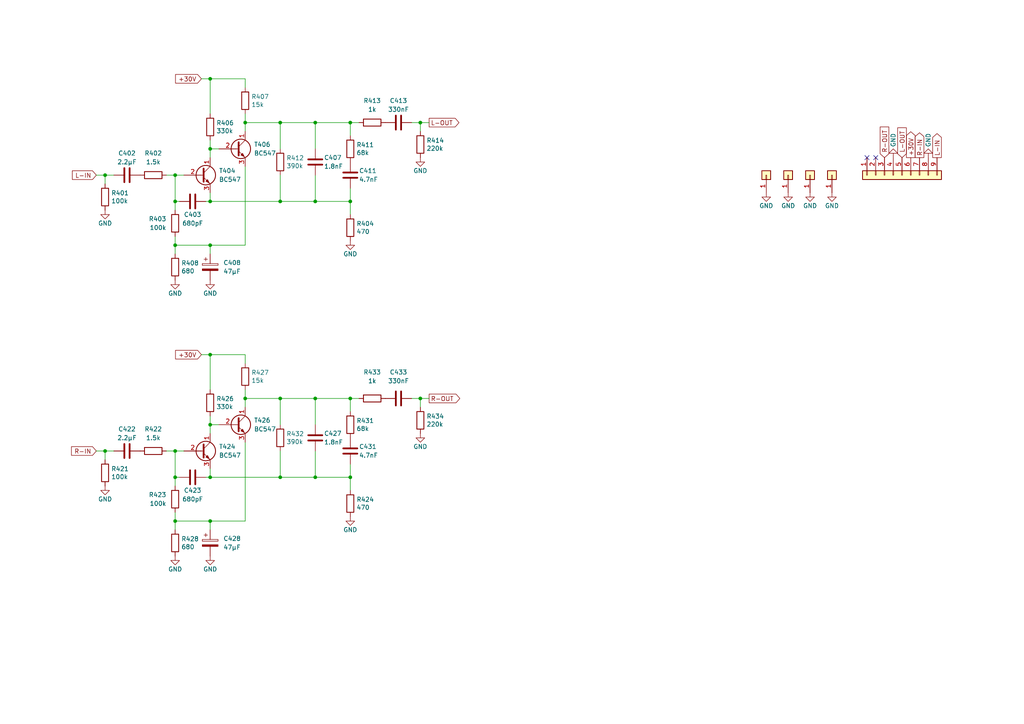
<source format=kicad_sch>
(kicad_sch (version 20230121) (generator eeschema)
  (paper "A4")
  (lib_symbols
    (symbol "Connector_Generic:Conn_01x01" (pin_names (offset 1.016) hide)
      (property "Reference" "J" (at 0 2.54 0))
      (property "Value" "Conn_01x01" (at 0 -2.54 0))
      (symbol "Conn_01x01_1_1"
        (rectangle (start -1.27 0.127) (end 0 -0.127) (stroke (width 0.1524)))
        (rectangle (start -1.27 1.27) (end 1.27 -1.27) (stroke (width 0.254)) (fill (type background)))
        (pin passive line (at -5.08 0 0) (length 3.81) (name "Pin_1") (number "1"))
      )
    )
    (symbol "Connector_Generic:Conn_01x09" (pin_names (offset 1.016) hide)
      (property "Reference" "J" (at 0 12.7 0))
      (property "Value" "Conn_01x09" (at 0 -12.7 0))
      (symbol "Conn_01x09_1_1"
        (rectangle (start -1.27 -10.033) (end 0 -10.287) (stroke (width 0.1524)))
        (rectangle (start -1.27 -7.493) (end 0 -7.747) (stroke (width 0.1524)))
        (rectangle (start -1.27 -4.953) (end 0 -5.207) (stroke (width 0.1524)))
        (rectangle (start -1.27 -2.413) (end 0 -2.667) (stroke (width 0.1524)))
        (rectangle (start -1.27 0.127) (end 0 -0.127) (stroke (width 0.1524)))
        (rectangle (start -1.27 2.667) (end 0 2.413) (stroke (width 0.1524)))
        (rectangle (start -1.27 5.207) (end 0 4.953) (stroke (width 0.1524)))
        (rectangle (start -1.27 7.747) (end 0 7.493) (stroke (width 0.1524)))
        (rectangle (start -1.27 10.287) (end 0 10.033) (stroke (width 0.1524)))
        (rectangle (start -1.27 11.43) (end 1.27 -11.43) (stroke (width 0.254)) (fill (type background)))
        (pin passive line (at -5.08 10.16 0) (length 3.81) (name "Pin_1") (number "1"))
        (pin passive line (at -5.08 7.62 0) (length 3.81) (name "Pin_2") (number "2"))
        (pin passive line (at -5.08 5.08 0) (length 3.81) (name "Pin_3") (number "3"))
        (pin passive line (at -5.08 2.54 0) (length 3.81) (name "Pin_4") (number "4"))
        (pin passive line (at -5.08 0 0) (length 3.81) (name "Pin_5") (number "5"))
        (pin passive line (at -5.08 -2.54 0) (length 3.81) (name "Pin_6") (number "6"))
        (pin passive line (at -5.08 -5.08 0) (length 3.81) (name "Pin_7") (number "7"))
        (pin passive line (at -5.08 -7.62 0) (length 3.81) (name "Pin_8") (number "8"))
        (pin passive line (at -5.08 -10.16 0) (length 3.81) (name "Pin_9") (number "9"))
      )
    )
    (symbol "Device:C" (pin_numbers hide) (pin_names (offset 0.254))
      (property "Reference" "C" (at 0.635 2.54 0))
      (property "Value" "C" (at 0.635 -2.54 0))
      (symbol "C_0_1"
        (polyline (pts (xy -2.032 -0.762) (xy 2.032 -0.762)) (stroke (width 0.508)))
        (polyline (pts (xy -2.032 0.762) (xy 2.032 0.762)) (stroke (width 0.508)))
      )
      (symbol "C_1_1"
        (pin passive line (at 0 3.81 270) (length 2.794) (name "~") (number "1"))
        (pin passive line (at 0 -3.81 90) (length 2.794) (name "~") (number "2"))
      )
    )
    (symbol "Device:C_Polarized" (pin_numbers hide) (pin_names (offset 0.254))
      (property "Reference" "C" (at 0.635 2.54 0))
      (property "Value" "C_Polarized" (at 0.635 -2.54 0))
      (symbol "C_Polarized_0_1"
        (rectangle (start -2.286 0.508) (end 2.286 1.016))
        (polyline (pts (xy -1.778 2.286) (xy -0.762 2.286)))
        (polyline (pts (xy -1.27 2.794) (xy -1.27 1.778)))
        (rectangle (start 2.286 -0.508) (end -2.286 -1.016) (fill (type outline)))
      )
      (symbol "C_Polarized_1_1"
        (pin passive line (at 0 3.81 270) (length 2.794) (name "~") (number "1"))
        (pin passive line (at 0 -3.81 90) (length 2.794) (name "~") (number "2"))
      )
    )
    (symbol "Device:R" (pin_numbers hide) (pin_names (offset 0))
      (property "Reference" "R" (at 2.032 0 90))
      (property "Value" "R" (at 0 0 90))
      (symbol "R_0_1"
        (rectangle (start -1.016 -2.54) (end 1.016 2.54) (stroke (width 0.254)))
      )
      (symbol "R_1_1"
        (pin passive line (at 0 3.81 270) (length 1.27) (name "~") (number "1"))
        (pin passive line (at 0 -3.81 90) (length 1.27) (name "~") (number "2"))
      )
    )
    (symbol "Transistor_BJT:BC547" (pin_names (offset 0) hide)
      (property "Reference" "Q" (at 5.08 1.905 0))
      (property "Value" "BC547" (at 5.08 0 0))
      (symbol "BC547_0_1"
        (polyline (pts (xy 0 0) (xy 0.635 0)))
        (polyline (pts (xy 0.635 0.635) (xy 2.54 2.54)))
        (polyline (pts (xy 0.635 -0.635) (xy 2.54 -2.54) (xy 2.54 -2.54)))
        (polyline (pts (xy 0.635 1.905) (xy 0.635 -1.905) (xy 0.635 -1.905)) (stroke (width 0.508)))
        (polyline (pts (xy 1.27 -1.778) (xy 1.778 -1.27) (xy 2.286 -2.286) (xy 1.27 -1.778) (xy 1.27 -1.778)) (fill (type outline)))
        (circle (center 1.27 0) (radius 2.8194) (stroke (width 0.254)))
      )
      (symbol "BC547_1_1"
        (pin passive line (at 2.54 5.08 270) (length 2.54) (name "C") (number "1"))
        (pin input line (at -5.08 0 0) (length 5.08) (name "B") (number "2"))
        (pin passive line (at 2.54 -5.08 90) (length 2.54) (name "E") (number "3"))
      )
    )
    (symbol "power:GND" (power) (pin_names (offset 0))
      (property "Value" "GND" (at 0 -3.81 0))
      (symbol "GND_0_1"
        (polyline (pts (xy 0 0) (xy 0 -1.27) (xy 1.27 -1.27) (xy 0 -2.54) (xy -1.27 -1.27) (xy 0 -1.27)))
      )
      (symbol "GND_1_1"
        (pin power_in line (at 0 0 270) (length 0) hide (name "GND") (number "1"))
      )
    )
  )
  (junction (at 50.8 58.42))
  (junction (at 30.48 50.8))
  (junction (at 101.6 35.56))
  (junction (at 81.28 138.43))
  (junction (at 60.96 58.42))
  (junction (at 50.8 71.12))
  (junction (at 101.6 115.57))
  (junction (at 60.96 151.13))
  (junction (at 50.8 50.8))
  (junction (at 60.96 43.18))
  (junction (at 121.92 115.57))
  (junction (at 60.96 138.43))
  (junction (at 60.96 123.19))
  (junction (at 91.44 35.56))
  (junction (at 121.92 35.56))
  (junction (at 91.44 58.42))
  (junction (at 60.96 22.86))
  (junction (at 101.6 138.43))
  (junction (at 81.28 35.56))
  (junction (at 101.6 58.42))
  (junction (at 50.8 151.13))
  (junction (at 81.28 115.57))
  (junction (at 91.44 138.43))
  (junction (at 50.8 138.43))
  (junction (at 71.12 115.57))
  (junction (at 60.96 71.12))
  (junction (at 71.12 35.56))
  (junction (at 81.28 58.42))
  (junction (at 91.44 115.57))
  (junction (at 60.96 102.87))
  (junction (at 30.48 130.81))
  (junction (at 50.8 130.81))
  (no_connect (at 254 45.72))
  (no_connect (at 251.46 45.72))
  (wire (pts (xy 60.96 123.19) (xy 60.96 125.73)))
  (wire (pts (xy 101.6 134.62) (xy 101.6 138.43)))
  (wire (pts (xy 58.42 22.86) (xy 60.96 22.86)))
  (wire (pts (xy 121.92 35.56) (xy 124.46 35.56)))
  (wire (pts (xy 60.96 43.18) (xy 63.5 43.18)))
  (wire (pts (xy 101.6 115.57) (xy 101.6 119.38)))
  (wire (pts (xy 60.96 40.64) (xy 60.96 43.18)))
  (wire (pts (xy 91.44 35.56) (xy 91.44 43.18)))
  (wire (pts (xy 33.02 130.81) (xy 30.48 130.81)))
  (wire (pts (xy 60.96 151.13) (xy 71.12 151.13)))
  (wire (pts (xy 52.07 58.42) (xy 50.8 58.42)))
  (wire (pts (xy 71.12 128.27) (xy 71.12 151.13)))
  (wire (pts (xy 60.96 138.43) (xy 81.28 138.43)))
  (wire (pts (xy 81.28 115.57) (xy 81.28 123.19)))
  (wire (pts (xy 101.6 58.42) (xy 101.6 62.23)))
  (wire (pts (xy 91.44 50.8) (xy 91.44 58.42)))
  (wire (pts (xy 50.8 68.58) (xy 50.8 71.12)))
  (wire (pts (xy 48.26 50.8) (xy 50.8 50.8)))
  (wire (pts (xy 91.44 35.56) (xy 101.6 35.56)))
  (wire (pts (xy 60.96 22.86) (xy 60.96 33.02)))
  (wire (pts (xy 81.28 50.8) (xy 81.28 58.42)))
  (wire (pts (xy 50.8 151.13) (xy 60.96 151.13)))
  (wire (pts (xy 91.44 115.57) (xy 91.44 123.19)))
  (wire (pts (xy 60.96 71.12) (xy 60.96 73.66)))
  (wire (pts (xy 71.12 113.03) (xy 71.12 115.57)))
  (wire (pts (xy 71.12 35.56) (xy 81.28 35.56)))
  (wire (pts (xy 60.96 151.13) (xy 60.96 153.67)))
  (wire (pts (xy 50.8 138.43) (xy 52.07 138.43)))
  (wire (pts (xy 81.28 35.56) (xy 91.44 35.56)))
  (wire (pts (xy 60.96 55.88) (xy 60.96 58.42)))
  (wire (pts (xy 60.96 58.42) (xy 81.28 58.42)))
  (wire (pts (xy 91.44 58.42) (xy 101.6 58.42)))
  (wire (pts (xy 53.34 130.81) (xy 50.8 130.81)))
  (wire (pts (xy 59.69 58.42) (xy 60.96 58.42)))
  (wire (pts (xy 119.38 115.57) (xy 121.92 115.57)))
  (wire (pts (xy 60.96 120.65) (xy 60.96 123.19)))
  (wire (pts (xy 60.96 71.12) (xy 71.12 71.12)))
  (wire (pts (xy 50.8 58.42) (xy 50.8 50.8)))
  (wire (pts (xy 50.8 50.8) (xy 53.34 50.8)))
  (wire (pts (xy 91.44 115.57) (xy 101.6 115.57)))
  (wire (pts (xy 119.38 35.56) (xy 121.92 35.56)))
  (wire (pts (xy 91.44 138.43) (xy 81.28 138.43)))
  (wire (pts (xy 30.48 130.81) (xy 30.48 133.35)))
  (wire (pts (xy 71.12 118.11) (xy 71.12 115.57)))
  (wire (pts (xy 50.8 130.81) (xy 50.8 138.43)))
  (wire (pts (xy 101.6 138.43) (xy 101.6 142.24)))
  (wire (pts (xy 81.28 35.56) (xy 81.28 43.18)))
  (wire (pts (xy 33.02 50.8) (xy 30.48 50.8)))
  (wire (pts (xy 81.28 115.57) (xy 91.44 115.57)))
  (wire (pts (xy 50.8 148.59) (xy 50.8 151.13)))
  (wire (pts (xy 71.12 25.4) (xy 71.12 22.86)))
  (wire (pts (xy 121.92 115.57) (xy 121.92 118.11)))
  (wire (pts (xy 60.96 102.87) (xy 60.96 113.03)))
  (wire (pts (xy 101.6 115.57) (xy 104.14 115.57)))
  (wire (pts (xy 121.92 115.57) (xy 124.46 115.57)))
  (wire (pts (xy 50.8 151.13) (xy 50.8 153.67)))
  (wire (pts (xy 27.94 130.81) (xy 30.48 130.81)))
  (wire (pts (xy 50.8 138.43) (xy 50.8 140.97)))
  (wire (pts (xy 121.92 35.56) (xy 121.92 38.1)))
  (wire (pts (xy 50.8 71.12) (xy 60.96 71.12)))
  (wire (pts (xy 71.12 102.87) (xy 60.96 102.87)))
  (wire (pts (xy 60.96 43.18) (xy 60.96 45.72)))
  (wire (pts (xy 91.44 130.81) (xy 91.44 138.43)))
  (wire (pts (xy 50.8 58.42) (xy 50.8 60.96)))
  (wire (pts (xy 101.6 35.56) (xy 104.14 35.56)))
  (wire (pts (xy 71.12 22.86) (xy 60.96 22.86)))
  (wire (pts (xy 60.96 135.89) (xy 60.96 138.43)))
  (wire (pts (xy 101.6 35.56) (xy 101.6 39.37)))
  (wire (pts (xy 71.12 48.26) (xy 71.12 71.12)))
  (wire (pts (xy 48.26 130.81) (xy 50.8 130.81)))
  (wire (pts (xy 81.28 58.42) (xy 91.44 58.42)))
  (wire (pts (xy 71.12 33.02) (xy 71.12 35.56)))
  (wire (pts (xy 101.6 138.43) (xy 91.44 138.43)))
  (wire (pts (xy 27.94 50.8) (xy 30.48 50.8)))
  (wire (pts (xy 71.12 35.56) (xy 71.12 38.1)))
  (wire (pts (xy 71.12 115.57) (xy 81.28 115.57)))
  (wire (pts (xy 81.28 138.43) (xy 81.28 130.81)))
  (wire (pts (xy 50.8 71.12) (xy 50.8 73.66)))
  (wire (pts (xy 60.96 138.43) (xy 59.69 138.43)))
  (wire (pts (xy 101.6 54.61) (xy 101.6 58.42)))
  (wire (pts (xy 71.12 105.41) (xy 71.12 102.87)))
  (wire (pts (xy 30.48 50.8) (xy 30.48 53.34)))
  (wire (pts (xy 60.96 123.19) (xy 63.5 123.19)))
  (wire (pts (xy 58.42 102.87) (xy 60.96 102.87)))
  (global_label "+30V" (shape input) (at 58.42 22.86 180) (property "Intersheetrefs" "${INTERSHEET_REFS}" (effects hide)))
  (global_label "L-OUT" (shape input) (at 261.62 45.72 90) (property "Intersheetrefs" "${INTERSHEET_REFS}" (effects hide)))
  (global_label "R-IN" (shape input) (at 27.94 130.81 180) (property "Intersheetrefs" "${INTERSHEET_REFS}" (effects hide)))
  (global_label "+30V" (shape input) (at 58.42 102.87 180) (property "Intersheetrefs" "${INTERSHEET_REFS}" (effects hide)))
  (global_label "R-OUT" (shape output) (at 124.46 115.57 0) (property "Intersheetrefs" "${INTERSHEET_REFS}" (effects hide)))
  (global_label "R-OUT" (shape input) (at 256.54 45.72 90) (property "Intersheetrefs" "${INTERSHEET_REFS}" (effects hide)))
  (global_label "L-IN" (shape input) (at 27.94 50.8 180) (property "Intersheetrefs" "${INTERSHEET_REFS}" (effects hide)))
  (global_label "L-OUT" (shape output) (at 124.46 35.56 0) (property "Intersheetrefs" "${INTERSHEET_REFS}" (effects hide)))
  (global_label "R-IN" (shape output) (at 266.7 45.72 90) (property "Intersheetrefs" "${INTERSHEET_REFS}" (effects hide)))
  (global_label "L-IN" (shape output) (at 271.78 45.72 90) (property "Intersheetrefs" "${INTERSHEET_REFS}" (effects hide)))
  (global_label "+30V" (shape output) (at 264.16 45.72 90) (property "Intersheetrefs" "${INTERSHEET_REFS}" (effects hide)))
  (symbol (lib_id "Connector_Generic:Conn_01x09") (at 261.62 50.8 90) (mirror x) (unit 1)
    (property "Reference" "J1" (effects hide))
    (property "Value" "Conn_01x09" (effects hide))
    (property "Footprint" "Library:Connector_01x09_5mm" (effects hide))
  )
  (symbol (lib_id "Device:R") (at 101.6 146.05 0) (unit 1)
    (property "Reference" "R424" (at 103.378 144.8816 0) (effects (justify left)))
    (property "Value" "470" (at 103.378 147.193 0) (effects (justify left)))
    (property "Footprint" "Resistor_THT:R_Axial_DIN0207_L6.3mm_D2.5mm_P10.16mm_Horizontal" (effects hide))
  )
  (symbol (lib_id "Device:C") (at 101.6 50.8 0) (unit 1)
    (property "Reference" "C411" (at 104.14 49.53 0) (effects (justify left)))
    (property "Value" "4.7nF" (at 104.14 52.07 0) (effects (justify left)))
    (property "Footprint" "Capacitor_THT:C_Rect_L10.0mm_W2.5mm_P7.50mm_MKS4" (effects hide))
  )
  (symbol (lib_id "Device:R") (at 50.8 64.77 0) (unit 1)
    (property "Reference" "R403" (at 48.26 63.5 0) (effects (justify right)))
    (property "Value" "100k" (at 48.26 66.04 0) (effects (justify right)))
    (property "Footprint" "Resistor_THT:R_Axial_DIN0207_L6.3mm_D2.5mm_P10.16mm_Horizontal" (effects hide))
  )
  (symbol (lib_id "power:GND") (at 228.6 55.88 0) (unit 1)
    (property "Reference" "#PWR014" (effects hide))
    (property "Value" "GND" (at 228.6 59.69 0))
  )
  (symbol (lib_id "Transistor_BJT:BC547") (at 58.42 50.8 0) (unit 1)
    (property "Reference" "T404" (at 63.5 49.53 0) (effects (justify left)))
    (property "Value" "BC547" (at 63.5 52.07 0) (effects (justify left)))
    (property "Footprint" "Package_TO_SOT_THT:TO-92_Wide" (effects hide))
    (property "Datasheet" "https://www.onsemi.com/pub/Collateral/BC550-D.pdf" (effects hide))
  )
  (symbol (lib_id "power:GND") (at 121.92 45.72 0) (unit 1)
    (property "Reference" "#PWR06" (effects hide))
    (property "Value" "GND" (at 121.92 49.53 0))
  )
  (symbol (lib_id "Transistor_BJT:BC547") (at 68.58 123.19 0) (unit 1)
    (property "Reference" "T426" (at 73.66 121.92 0) (effects (justify left)))
    (property "Value" "BC547" (at 73.66 124.46 0) (effects (justify left)))
    (property "Footprint" "Package_TO_SOT_THT:TO-92_Wide" (effects hide))
    (property "Datasheet" "https://www.onsemi.com/pub/Collateral/BC550-D.pdf" (effects hide))
  )
  (symbol (lib_id "Device:C_Polarized") (at 60.96 77.47 0) (unit 1)
    (property "Reference" "C408" (at 64.77 76.2 0) (effects (justify left)))
    (property "Value" "47µF" (at 64.77 78.74 0) (effects (justify left)))
    (property "Footprint" "Capacitor_THT:CP_Radial_D6.3mm_P2.50mm" (effects hide))
  )
  (symbol (lib_id "Device:C") (at 91.44 127 0) (unit 1)
    (property "Reference" "C427" (at 93.98 125.73 0) (effects (justify left)))
    (property "Value" "1.8nF" (at 93.98 128.27 0) (effects (justify left)))
    (property "Footprint" "Resistor_THT:R_Axial_DIN0617_L17.0mm_D6.0mm_P5.08mm_Vertical" (effects hide))
  )
  (symbol (lib_id "Device:R") (at 30.48 57.15 0) (unit 1)
    (property "Reference" "R401" (at 32.258 55.9816 0) (effects (justify left)))
    (property "Value" "100k" (at 32.258 58.293 0) (effects (justify left)))
    (property "Footprint" "Resistor_THT:R_Axial_DIN0207_L6.3mm_D2.5mm_P10.16mm_Horizontal" (effects hide))
  )
  (symbol (lib_id "power:GND") (at 269.24 45.72 180) (unit 1)
    (property "Reference" "#PWR011" (effects hide))
    (property "Value" "GND" (at 269.24 40.64 90))
  )
  (symbol (lib_id "Transistor_BJT:BC547") (at 68.58 43.18 0) (unit 1)
    (property "Reference" "T406" (at 73.66 41.91 0) (effects (justify left)))
    (property "Value" "BC547" (at 73.66 44.45 0) (effects (justify left)))
    (property "Footprint" "Package_TO_SOT_THT:TO-92_Wide" (effects hide))
    (property "Datasheet" "https://www.onsemi.com/pub/Collateral/BC550-D.pdf" (effects hide))
  )
  (symbol (lib_id "power:GND") (at 30.48 140.97 0) (unit 1)
    (property "Reference" "#PWR010" (effects hide))
    (property "Value" "GND" (at 30.48 144.78 0))
  )
  (symbol (lib_id "power:GND") (at 50.8 161.29 0) (unit 1)
    (property "Reference" "#PWR04" (effects hide))
    (property "Value" "GND" (at 50.8 165.1 0))
  )
  (symbol (lib_id "Connector_Generic:Conn_01x01") (at 228.6 50.8 90) (unit 1)
    (property "Reference" "J2" (effects hide))
    (property "Value" "Conn_01x01" (effects hide))
    (property "Footprint" "Library:Solderpad" (effects hide))
  )
  (symbol (lib_id "power:GND") (at 101.6 69.85 0) (unit 1)
    (property "Reference" "#PWR07" (effects hide))
    (property "Value" "GND" (at 101.6 73.66 0))
  )
  (symbol (lib_id "power:GND") (at 259.08 45.72 180) (unit 1)
    (property "Reference" "#PWR012" (effects hide))
    (property "Value" "GND" (at 259.08 40.64 90))
  )
  (symbol (lib_id "Device:C") (at 115.57 35.56 90) (unit 1)
    (property "Reference" "C413" (at 115.57 29.21 90))
    (property "Value" "330nF" (at 115.57 31.75 90))
    (property "Footprint" "Capacitor_THT:C_Rect_L7.2mm_W4.5mm_P5.00mm_FKS2_FKP2_MKS2_MKP2" (effects hide))
  )
  (symbol (lib_id "Connector_Generic:Conn_01x01") (at 234.95 50.8 90) (unit 1)
    (property "Reference" "J3" (effects hide))
    (property "Value" "Conn_01x01" (effects hide))
    (property "Footprint" "Library:Solderpad" (effects hide))
  )
  (symbol (lib_id "Device:C") (at 36.83 130.81 90) (unit 1)
    (property "Reference" "C422" (at 36.83 124.46 90))
    (property "Value" "2.2µF" (at 36.83 127 90))
    (property "Footprint" "Capacitor_THT:C_Rect_L7.2mm_W7.2mm_P5.00mm_FKS2_FKP2_MKS2_MKP2" (effects hide))
  )
  (symbol (lib_id "Device:R") (at 121.92 41.91 0) (unit 1)
    (property "Reference" "R414" (at 123.698 40.7416 0) (effects (justify left)))
    (property "Value" "220k" (at 123.698 43.053 0) (effects (justify left)))
    (property "Footprint" "Resistor_THT:R_Axial_DIN0207_L6.3mm_D2.5mm_P10.16mm_Horizontal" (effects hide))
  )
  (symbol (lib_id "Device:C") (at 101.6 130.81 0) (unit 1)
    (property "Reference" "C431" (at 104.14 129.54 0) (effects (justify left)))
    (property "Value" "4.7nF" (at 104.14 132.08 0) (effects (justify left)))
    (property "Footprint" "Capacitor_THT:C_Rect_L10.0mm_W2.5mm_P7.50mm_MKS4" (effects hide))
  )
  (symbol (lib_id "Device:R") (at 101.6 43.18 0) (unit 1)
    (property "Reference" "R411" (at 103.378 42.0116 0) (effects (justify left)))
    (property "Value" "68k" (at 103.378 44.323 0) (effects (justify left)))
    (property "Footprint" "Resistor_THT:R_Axial_DIN0207_L6.3mm_D2.5mm_P10.16mm_Horizontal" (effects hide))
  )
  (symbol (lib_id "Device:C") (at 55.88 58.42 90) (unit 1)
    (property "Reference" "C403" (at 55.88 62.23 90))
    (property "Value" "680pF" (at 55.88 64.77 90))
    (property "Footprint" "Capacitor_THT:C_Disc_D4.3mm_W1.9mm_P5.00mm" (effects hide))
  )
  (symbol (lib_id "Device:R") (at 60.96 116.84 0) (unit 1)
    (property "Reference" "R426" (at 62.738 115.6716 0) (effects (justify left)))
    (property "Value" "330k" (at 62.738 117.983 0) (effects (justify left)))
    (property "Footprint" "Resistor_THT:R_Axial_DIN0207_L6.3mm_D2.5mm_P10.16mm_Horizontal" (effects hide))
  )
  (symbol (lib_id "power:GND") (at 101.6 149.86 0) (unit 1)
    (property "Reference" "#PWR03" (effects hide))
    (property "Value" "GND" (at 101.6 153.67 0))
  )
  (symbol (lib_id "Device:R") (at 81.28 46.99 0) (unit 1)
    (property "Reference" "R412" (at 83.058 45.8216 0) (effects (justify left)))
    (property "Value" "390k" (at 83.058 48.133 0) (effects (justify left)))
    (property "Footprint" "Resistor_THT:R_Axial_DIN0207_L6.3mm_D2.5mm_P10.16mm_Horizontal" (effects hide))
  )
  (symbol (lib_id "Device:R") (at 107.95 115.57 90) (unit 1)
    (property "Reference" "R433" (at 107.95 107.95 90))
    (property "Value" "1k" (at 107.95 110.49 90))
    (property "Footprint" "Resistor_THT:R_Axial_DIN0207_L6.3mm_D2.5mm_P10.16mm_Horizontal" (effects hide))
  )
  (symbol (lib_id "Device:R") (at 81.28 127 0) (unit 1)
    (property "Reference" "R432" (at 83.058 125.8316 0) (effects (justify left)))
    (property "Value" "390k" (at 83.058 128.143 0) (effects (justify left)))
    (property "Footprint" "Resistor_THT:R_Axial_DIN0207_L6.3mm_D2.5mm_P10.16mm_Horizontal" (effects hide))
  )
  (symbol (lib_id "Device:C") (at 115.57 115.57 90) (unit 1)
    (property "Reference" "C433" (at 115.57 107.95 90))
    (property "Value" "330nF" (at 115.57 110.49 90))
    (property "Footprint" "Capacitor_THT:C_Rect_L7.2mm_W4.5mm_P5.00mm_FKS2_FKP2_MKS2_MKP2" (effects hide))
  )
  (symbol (lib_id "Device:R") (at 101.6 66.04 0) (unit 1)
    (property "Reference" "R404" (at 103.378 64.8716 0) (effects (justify left)))
    (property "Value" "470" (at 103.378 67.183 0) (effects (justify left)))
    (property "Footprint" "Resistor_THT:R_Axial_DIN0207_L6.3mm_D2.5mm_P10.16mm_Horizontal" (effects hide))
  )
  (symbol (lib_id "power:GND") (at 241.3 55.88 0) (unit 1)
    (property "Reference" "#PWR016" (effects hide))
    (property "Value" "GND" (at 241.3 59.69 0))
  )
  (symbol (lib_id "Device:R") (at 44.45 130.81 90) (unit 1)
    (property "Reference" "R422" (at 44.45 124.46 90))
    (property "Value" "1.5k" (at 44.45 127 90))
    (property "Footprint" "Resistor_THT:R_Axial_DIN0207_L6.3mm_D2.5mm_P10.16mm_Horizontal" (effects hide))
  )
  (symbol (lib_id "Device:R") (at 50.8 157.48 0) (unit 1)
    (property "Reference" "R428" (at 52.578 156.3116 0) (effects (justify left)))
    (property "Value" "680" (at 52.578 158.623 0) (effects (justify left)))
    (property "Footprint" "Resistor_THT:R_Axial_DIN0207_L6.3mm_D2.5mm_P10.16mm_Horizontal" (effects hide))
  )
  (symbol (lib_id "power:GND") (at 234.95 55.88 0) (unit 1)
    (property "Reference" "#PWR015" (effects hide))
    (property "Value" "GND" (at 234.95 59.69 0))
  )
  (symbol (lib_id "power:GND") (at 50.8 81.28 0) (unit 1)
    (property "Reference" "#PWR01" (effects hide))
    (property "Value" "GND" (at 50.8 85.09 0))
  )
  (symbol (lib_id "Device:R") (at 44.45 50.8 90) (unit 1)
    (property "Reference" "R402" (at 44.45 44.45 90))
    (property "Value" "1.5k" (at 44.45 46.99 90))
    (property "Footprint" "Resistor_THT:R_Axial_DIN0207_L6.3mm_D2.5mm_P10.16mm_Horizontal" (effects hide))
  )
  (symbol (lib_id "Device:R") (at 107.95 35.56 90) (unit 1)
    (property "Reference" "R413" (at 107.95 29.21 90))
    (property "Value" "1k" (at 107.95 31.75 90))
    (property "Footprint" "Resistor_THT:R_Axial_DIN0207_L6.3mm_D2.5mm_P10.16mm_Horizontal" (effects hide))
  )
  (symbol (lib_id "Device:R") (at 101.6 123.19 0) (unit 1)
    (property "Reference" "R431" (at 103.378 122.0216 0) (effects (justify left)))
    (property "Value" "68k" (at 103.378 124.333 0) (effects (justify left)))
    (property "Footprint" "Resistor_THT:R_Axial_DIN0207_L6.3mm_D2.5mm_P10.16mm_Horizontal" (effects hide))
  )
  (symbol (lib_id "Device:C_Polarized") (at 60.96 157.48 0) (unit 1)
    (property "Reference" "C428" (at 64.77 156.21 0) (effects (justify left)))
    (property "Value" "47µF" (at 64.77 158.75 0) (effects (justify left)))
    (property "Footprint" "Capacitor_THT:CP_Radial_D6.3mm_P2.50mm" (effects hide))
  )
  (symbol (lib_id "Device:R") (at 71.12 29.21 0) (unit 1)
    (property "Reference" "R407" (at 72.898 28.0416 0) (effects (justify left)))
    (property "Value" "15k" (at 72.898 30.353 0) (effects (justify left)))
    (property "Footprint" "Resistor_THT:R_Axial_DIN0207_L6.3mm_D2.5mm_P10.16mm_Horizontal" (effects hide))
  )
  (symbol (lib_id "Connector_Generic:Conn_01x01") (at 241.3 50.8 90) (unit 1)
    (property "Reference" "J4" (effects hide))
    (property "Value" "Conn_01x01" (effects hide))
    (property "Footprint" "Library:Solderpad" (effects hide))
  )
  (symbol (lib_id "power:GND") (at 60.96 81.28 0) (unit 1)
    (property "Reference" "#PWR02" (effects hide))
    (property "Value" "GND" (at 60.96 85.09 0))
  )
  (symbol (lib_id "Device:R") (at 71.12 109.22 0) (unit 1)
    (property "Reference" "R427" (at 72.898 108.0516 0) (effects (justify left)))
    (property "Value" "15k" (at 72.898 110.363 0) (effects (justify left)))
    (property "Footprint" "Resistor_THT:R_Axial_DIN0207_L6.3mm_D2.5mm_P10.16mm_Horizontal" (effects hide))
  )
  (symbol (lib_id "Device:C") (at 91.44 46.99 0) (unit 1)
    (property "Reference" "C407" (at 93.98 45.72 0) (effects (justify left)))
    (property "Value" "1.8nF" (at 93.98 48.26 0) (effects (justify left)))
    (property "Footprint" "Resistor_THT:R_Axial_DIN0617_L17.0mm_D6.0mm_P5.08mm_Vertical" (effects hide))
  )
  (symbol (lib_id "power:GND") (at 60.96 161.29 0) (unit 1)
    (property "Reference" "#PWR05" (effects hide))
    (property "Value" "GND" (at 60.96 165.1 0))
  )
  (symbol (lib_id "power:GND") (at 30.48 60.96 0) (unit 1)
    (property "Reference" "#PWR09" (effects hide))
    (property "Value" "GND" (at 30.48 64.77 0))
  )
  (symbol (lib_id "Device:R") (at 50.8 144.78 0) (unit 1)
    (property "Reference" "R423" (at 48.26 143.51 0) (effects (justify right)))
    (property "Value" "100k" (at 48.26 146.05 0) (effects (justify right)))
    (property "Footprint" "Resistor_THT:R_Axial_DIN0207_L6.3mm_D2.5mm_P10.16mm_Horizontal" (effects hide))
  )
  (symbol (lib_id "Device:R") (at 50.8 77.47 0) (unit 1)
    (property "Reference" "R408" (at 52.578 76.3016 0) (effects (justify left)))
    (property "Value" "680" (at 52.578 78.613 0) (effects (justify left)))
    (property "Footprint" "Resistor_THT:R_Axial_DIN0207_L6.3mm_D2.5mm_P10.16mm_Horizontal" (effects hide))
  )
  (symbol (lib_id "Device:R") (at 121.92 121.92 0) (unit 1)
    (property "Reference" "R434" (at 123.698 120.7516 0) (effects (justify left)))
    (property "Value" "220k" (at 123.698 123.063 0) (effects (justify left)))
    (property "Footprint" "Resistor_THT:R_Axial_DIN0207_L6.3mm_D2.5mm_P10.16mm_Horizontal" (effects hide))
  )
  (symbol (lib_id "Device:R") (at 60.96 36.83 0) (unit 1)
    (property "Reference" "R406" (at 62.738 35.6616 0) (effects (justify left)))
    (property "Value" "330k" (at 62.738 37.973 0) (effects (justify left)))
    (property "Footprint" "Resistor_THT:R_Axial_DIN0207_L6.3mm_D2.5mm_P10.16mm_Horizontal" (effects hide))
  )
  (symbol (lib_id "power:GND") (at 121.92 125.73 0) (unit 1)
    (property "Reference" "#PWR08" (effects hide))
    (property "Value" "GND" (at 121.92 129.54 0))
  )
  (symbol (lib_id "Device:C") (at 55.88 138.43 90) (unit 1)
    (property "Reference" "C423" (at 55.88 142.24 90))
    (property "Value" "680pF" (at 55.88 144.78 90))
    (property "Footprint" "Capacitor_THT:C_Disc_D4.3mm_W1.9mm_P5.00mm" (effects hide))
  )
  (symbol (lib_id "Connector_Generic:Conn_01x01") (at 222.25 50.8 90) (unit 1)
    (property "Reference" "J5" (effects hide))
    (property "Value" "Conn_01x01" (effects hide))
    (property "Footprint" "Library:Solderpad" (effects hide))
  )
  (symbol (lib_id "Device:R") (at 30.48 137.16 0) (unit 1)
    (property "Reference" "R421" (at 32.258 135.9916 0) (effects (justify left)))
    (property "Value" "100k" (at 32.258 138.303 0) (effects (justify left)))
    (property "Footprint" "Resistor_THT:R_Axial_DIN0207_L6.3mm_D2.5mm_P10.16mm_Horizontal" (effects hide))
  )
  (symbol (lib_id "power:GND") (at 222.25 55.88 0) (unit 1)
    (property "Reference" "#PWR013" (effects hide))
    (property "Value" "GND" (at 222.25 59.69 0))
  )
  (symbol (lib_id "Device:C") (at 36.83 50.8 90) (unit 1)
    (property "Reference" "C402" (at 36.83 44.45 90))
    (property "Value" "2.2µF" (at 36.83 46.99 90))
    (property "Footprint" "Capacitor_THT:C_Rect_L7.2mm_W7.2mm_P5.00mm_FKS2_FKP2_MKS2_MKP2" (effects hide))
  )
  (symbol (lib_id "Transistor_BJT:BC547") (at 58.42 130.81 0) (unit 1)
    (property "Reference" "T424" (at 63.5 129.54 0) (effects (justify left)))
    (property "Value" "BC547" (at 63.5 132.08 0) (effects (justify left)))
    (property "Footprint" "Package_TO_SOT_THT:TO-92_Wide" (effects hide))
    (property "Datasheet" "https://www.onsemi.com/pub/Collateral/BC550-D.pdf" (effects hide))
  )
)
</source>
